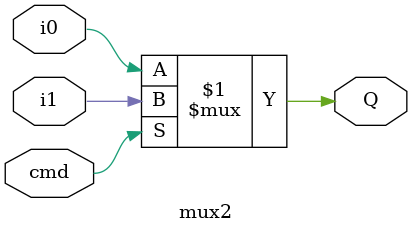
<source format=v>
module mux2(cmd,i0,i1,Q);

	input cmd;
	input i0;
	input i1;
	output wire Q;
	//assign Q = ((i0 & ~(cmd)) | (i1 & cmd));
	assign Q= (cmd)? i1: i0;

	
	
endmodule 

</source>
